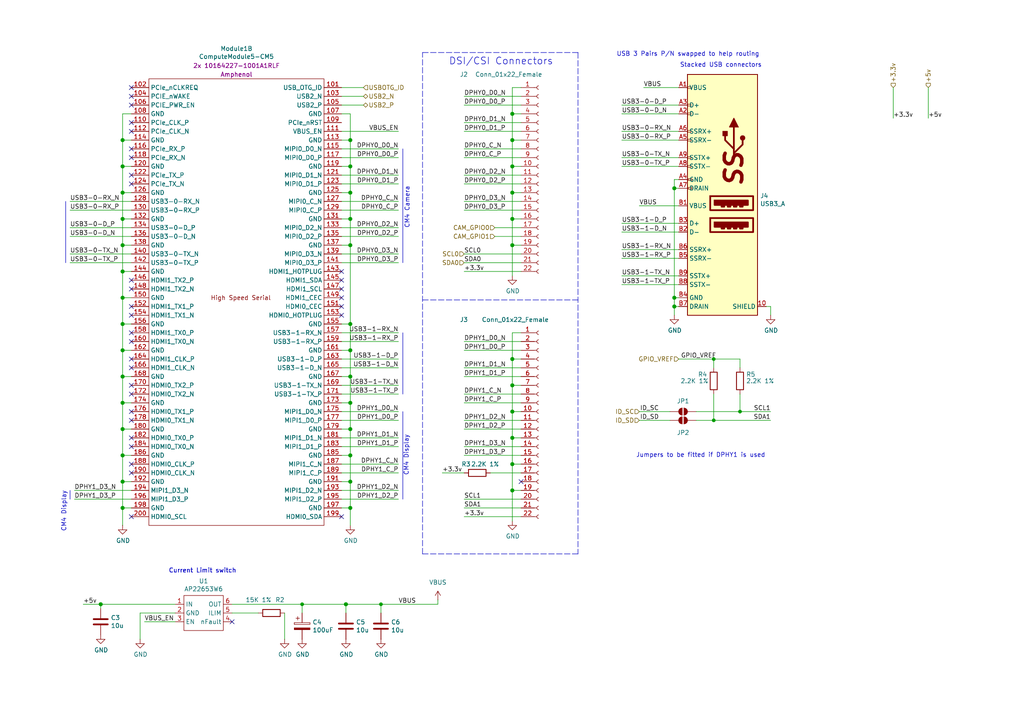
<source format=kicad_sch>
(kicad_sch (version 20250114) (generator "eeschema") (generator_version "9.0")
  (paper "A4")
  (title_block (title "CM4/5 - Highspeed") (date "2025-08-26") (rev "1") (company "Astrosystems") (comment 1 "Designed By - C.P"))
  (text "CM4 Camera" (at 118.11 60.198 90) (effects (font (size 1.27 1.27))))
  (text "USB 3 Pairs P/N swapped to help routing" (at 178.816 16.51 0) (effects (font (size 1.27 1.27)) (justify left bottom)))
  (text "Jumpers to be fitted if DPHY1 is used\n" (at 221.996 132.842 0) (effects (font (size 1.27 1.27)) (justify right bottom)))
  (text "Current Limit switch" (at 68.58 166.37 0) (effects (font (size 1.27 1.27)) (justify right bottom)))
  (text "CM4 Display" (at 18.542 148.336 90) (effects (font (size 1.27 1.27))))
  (text "DSI/CSI Connectors" (at 130.175 19.05 0) (effects (font (size 2.0066 2.0066)) (justify left bottom)))
  (text "Stacked USB connectors" (at 220.98 19.685 0) (effects (font (size 1.27 1.27)) (justify right bottom)))
  (text "CM4 Display" (at 117.856 132.08 90) (effects (font (size 1.27 1.27))))
  (text "Current Limit switch" (at 68.58 166.37 0) (effects (font (size 1.27 1.27)) (justify right bottom)))
  (junction (at 148.59 33.02) (diameter 1.016))
  (junction (at 207.01 104.14))
  (junction (at 35.56 147.32) (diameter 1.016))
  (junction (at 35.56 132.08) (diameter 1.016))
  (junction (at 148.59 119.38) (diameter 1.016))
  (junction (at 101.6 132.08) (diameter 1.016))
  (junction (at 110.49 175.26))
  (junction (at 35.56 71.12) (diameter 1.016))
  (junction (at 101.6 55.88) (diameter 1.016))
  (junction (at 100.33 175.26) (diameter 1.016))
  (junction (at 195.58 54.61) (diameter 1.016))
  (junction (at 148.59 142.24) (diameter 1.016))
  (junction (at 148.59 134.62) (diameter 1.016))
  (junction (at 101.6 147.32) (diameter 1.016))
  (junction (at 35.56 40.64) (diameter 1.016))
  (junction (at 148.59 104.14) (diameter 1.016))
  (junction (at 101.6 40.64) (diameter 1.016))
  (junction (at 148.59 55.88) (diameter 1.016))
  (junction (at 35.56 55.88) (diameter 1.016))
  (junction (at 101.6 101.6) (diameter 1.016))
  (junction (at 101.6 124.46) (diameter 1.016))
  (junction (at 148.59 48.26) (diameter 1.016))
  (junction (at 214.63 119.38))
  (junction (at 35.56 78.74) (diameter 1.016))
  (junction (at 101.6 116.84) (diameter 1.016))
  (junction (at 148.59 127) (diameter 1.016))
  (junction (at 35.56 48.26) (diameter 1.016))
  (junction (at 101.6 63.5) (diameter 1.016))
  (junction (at 29.21 175.26) (diameter 1.016))
  (junction (at 207.01 121.92))
  (junction (at 101.6 48.26) (diameter 1.016))
  (junction (at 35.56 139.7) (diameter 1.016))
  (junction (at 101.6 139.7) (diameter 1.016))
  (junction (at 148.59 63.5) (diameter 1.016))
  (junction (at 101.6 93.98) (diameter 1.016))
  (junction (at 35.56 101.6) (diameter 1.016))
  (junction (at 195.58 86.36) (diameter 1.016))
  (junction (at 35.56 116.84) (diameter 1.016))
  (junction (at 35.56 86.36) (diameter 1.016))
  (junction (at 101.6 71.12) (diameter 1.016))
  (junction (at 101.6 109.22) (diameter 1.016))
  (junction (at 35.56 63.5) (diameter 1.016))
  (junction (at 148.59 111.76) (diameter 1.016))
  (junction (at 87.63 175.26))
  (junction (at 35.56 93.98) (diameter 1.016))
  (junction (at 148.59 40.64) (diameter 1.016))
  (junction (at 195.58 88.9) (diameter 1.016))
  (junction (at 148.59 71.12) (diameter 1.016))
  (junction (at 35.56 124.46) (diameter 1.016))
  (junction (at 35.56 109.22) (diameter 1.016))
  (no_connect (at 99.06 81.28))
  (no_connect (at 99.06 91.44))
  (no_connect (at 38.1 45.72))
  (no_connect (at 38.1 88.9))
  (no_connect (at 67.31 180.34))
  (no_connect (at 99.06 88.9))
  (no_connect (at 38.1 127))
  (no_connect (at 99.06 86.36))
  (no_connect (at 151.13 139.7))
  (no_connect (at 38.1 106.68))
  (no_connect (at 38.1 53.34))
  (no_connect (at 38.1 121.92))
  (no_connect (at 38.1 91.44))
  (no_connect (at 38.1 38.1))
  (no_connect (at 99.06 83.82))
  (no_connect (at 38.1 25.4))
  (no_connect (at 38.1 96.52))
  (no_connect (at 38.1 111.76))
  (no_connect (at 38.1 149.86))
  (no_connect (at 38.1 83.82))
  (no_connect (at 38.1 27.94))
  (no_connect (at 38.1 50.8))
  (no_connect (at 38.1 99.06))
  (no_connect (at 38.1 81.28))
  (no_connect (at 99.06 78.74))
  (no_connect (at 38.1 43.18))
  (no_connect (at 38.1 114.3))
  (no_connect (at 38.1 134.62))
  (no_connect (at 38.1 35.56))
  (no_connect (at 38.1 137.16))
  (no_connect (at 38.1 119.38))
  (no_connect (at 38.1 129.54))
  (no_connect (at 99.06 149.86))
  (no_connect (at 38.1 30.48))
  (no_connect (at 38.1 104.14))
  (wire (pts (xy 134.62 109.22) (xy 151.13 109.22)))
  (wire (pts (xy 180.34 67.31) (xy 196.85 67.31)))
  (wire (pts (xy 99.06 144.78) (xy 115.57 144.78)))
  (wire (pts (xy 21.59 142.24) (xy 38.1 142.24)))
  (wire (pts (xy 24.13 175.26) (xy 29.21 175.26)))
  (polyline (pts (xy 19.05 58.42) (xy 19.05 76.2)))
  (wire (pts (xy 148.59 40.64) (xy 148.59 48.26)))
  (wire (pts (xy 99.06 38.1) (xy 115.57 38.1)))
  (wire (pts (xy 35.56 63.5) (xy 35.56 71.12)))
  (wire (pts (xy 35.56 139.7) (xy 35.56 147.32)))
  (wire (pts (xy 196.85 52.07) (xy 195.58 52.07)))
  (wire (pts (xy 67.31 177.8) (xy 74.93 177.8)))
  (wire (pts (xy 35.56 33.02) (xy 35.56 40.64)))
  (wire (pts (xy 35.56 86.36) (xy 35.56 93.98)))
  (wire (pts (xy 134.62 147.32) (xy 151.13 147.32)))
  (wire (pts (xy 35.56 71.12) (xy 35.56 78.74)))
  (wire (pts (xy 35.56 101.6) (xy 35.56 109.22)))
  (wire (pts (xy 101.6 48.26) (xy 101.6 40.64)))
  (wire (pts (xy 134.62 132.08) (xy 151.13 132.08)))
  (wire (pts (xy 99.06 30.48) (xy 105.41 30.48)))
  (wire (pts (xy 35.56 86.36) (xy 38.1 86.36)))
  (wire (pts (xy 148.59 104.14) (xy 148.59 111.76)))
  (wire (pts (xy 148.59 63.5) (xy 151.13 63.5)))
  (wire (pts (xy 148.59 33.02) (xy 148.59 40.64)))
  (wire (pts (xy 35.56 109.22) (xy 35.56 116.84)))
  (wire (pts (xy 35.56 48.26) (xy 35.56 55.88)))
  (wire (pts (xy 201.93 121.92) (xy 207.01 121.92)))
  (wire (pts (xy 35.56 132.08) (xy 38.1 132.08)))
  (wire (pts (xy 259.08 25.4) (xy 259.08 34.29)))
  (wire (pts (xy 101.6 71.12) (xy 101.6 63.5)))
  (wire (pts (xy 99.06 99.06) (xy 115.57 99.06)))
  (wire (pts (xy 99.06 119.38) (xy 115.57 119.38)))
  (polyline (pts (xy 167.64 15.24) (xy 167.64 160.655)) (stroke (width 0) (type dash)))
  (wire (pts (xy 35.56 109.22) (xy 38.1 109.22)))
  (polyline (pts (xy 116.84 96.52) (xy 116.84 114.3)))
  (wire (pts (xy 38.1 147.32) (xy 35.56 147.32)))
  (wire (pts (xy 148.59 55.88) (xy 148.59 63.5)))
  (wire (pts (xy 207.01 104.14) (xy 214.63 104.14)))
  (wire (pts (xy 99.06 101.6) (xy 101.6 101.6)))
  (wire (pts (xy 148.59 48.26) (xy 151.13 48.26)))
  (wire (pts (xy 35.56 55.88) (xy 35.56 63.5)))
  (wire (pts (xy 196.85 104.14) (xy 207.01 104.14)))
  (wire (pts (xy 207.01 114.3) (xy 207.01 121.92)))
  (polyline (pts (xy 20.32 142.24) (xy 20.32 144.78)))
  (wire (pts (xy 180.34 48.26) (xy 196.85 48.26)))
  (wire (pts (xy 99.06 40.64) (xy 101.6 40.64)))
  (wire (pts (xy 134.62 99.06) (xy 151.13 99.06)))
  (wire (pts (xy 151.13 73.66) (xy 134.62 73.66)))
  (wire (pts (xy 20.32 73.66) (xy 38.1 73.66)))
  (wire (pts (xy 20.32 66.04) (xy 38.1 66.04)))
  (wire (pts (xy 207.01 104.14) (xy 207.01 106.68)))
  (wire (pts (xy 101.6 124.46) (xy 101.6 132.08)))
  (wire (pts (xy 148.59 96.52) (xy 148.59 104.14)))
  (wire (pts (xy 40.64 177.8) (xy 40.64 185.42)))
  (wire (pts (xy 214.63 104.14) (xy 214.63 106.68)))
  (wire (pts (xy 180.34 74.93) (xy 196.85 74.93)))
  (wire (pts (xy 41.91 180.34) (xy 50.8 180.34)))
  (wire (pts (xy 196.85 54.61) (xy 195.58 54.61)))
  (wire (pts (xy 101.6 116.84) (xy 101.6 124.46)))
  (wire (pts (xy 134.62 114.3) (xy 151.13 114.3)))
  (wire (pts (xy 20.32 76.2) (xy 38.1 76.2)))
  (wire (pts (xy 101.6 147.32) (xy 101.6 152.4)))
  (wire (pts (xy 99.06 50.8) (xy 115.57 50.8)))
  (wire (pts (xy 100.33 177.8) (xy 100.33 175.26)))
  (wire (pts (xy 99.06 76.2) (xy 115.57 76.2)))
  (wire (pts (xy 99.06 132.08) (xy 101.6 132.08)))
  (wire (pts (xy 148.59 119.38) (xy 148.59 127)))
  (wire (pts (xy 82.55 177.8) (xy 82.55 185.42)))
  (wire (pts (xy 50.8 177.8) (xy 40.64 177.8)))
  (wire (pts (xy 180.34 33.02) (xy 196.85 33.02)))
  (wire (pts (xy 142.24 137.16) (xy 151.13 137.16)))
  (wire (pts (xy 35.56 63.5) (xy 38.1 63.5)))
  (wire (pts (xy 180.34 40.64) (xy 196.85 40.64)))
  (wire (pts (xy 143.51 68.58) (xy 151.13 68.58)))
  (wire (pts (xy 148.59 134.62) (xy 151.13 134.62)))
  (wire (pts (xy 99.06 48.26) (xy 101.6 48.26)))
  (wire (pts (xy 134.62 58.42) (xy 151.13 58.42)))
  (wire (pts (xy 180.34 72.39) (xy 196.85 72.39)))
  (wire (pts (xy 134.62 35.56) (xy 151.13 35.56)))
  (wire (pts (xy 134.62 106.68) (xy 151.13 106.68)))
  (wire (pts (xy 101.6 93.98) (xy 101.6 101.6)))
  (wire (pts (xy 134.62 53.34) (xy 151.13 53.34)))
  (wire (pts (xy 134.62 38.1) (xy 151.13 38.1)))
  (wire (pts (xy 35.56 116.84) (xy 35.56 124.46)))
  (wire (pts (xy 185.42 59.69) (xy 196.85 59.69)))
  (wire (pts (xy 35.56 40.64) (xy 38.1 40.64)))
  (polyline (pts (xy 122.555 86.995) (xy 167.64 86.995)) (stroke (width 0) (type dash)))
  (polyline (pts (xy 116.84 43.18) (xy 116.84 76.2)))
  (wire (pts (xy 38.1 139.7) (xy 35.56 139.7)))
  (wire (pts (xy 180.34 38.1) (xy 196.85 38.1)))
  (wire (pts (xy 151.13 149.86) (xy 134.62 149.86)))
  (wire (pts (xy 99.06 73.66) (xy 115.57 73.66)))
  (wire (pts (xy 148.59 111.76) (xy 148.59 119.38)))
  (wire (pts (xy 67.31 175.26) (xy 87.63 175.26)))
  (wire (pts (xy 99.06 45.72) (xy 115.57 45.72)))
  (wire (pts (xy 87.63 175.26) (xy 100.33 175.26)))
  (wire (pts (xy 29.21 175.26) (xy 50.8 175.26)))
  (wire (pts (xy 134.62 129.54) (xy 151.13 129.54)))
  (wire (pts (xy 148.59 127) (xy 151.13 127)))
  (wire (pts (xy 148.59 25.4) (xy 148.59 33.02)))
  (wire (pts (xy 35.56 124.46) (xy 38.1 124.46)))
  (wire (pts (xy 207.01 121.92) (xy 223.52 121.92)))
  (wire (pts (xy 99.06 68.58) (xy 115.57 68.58)))
  (wire (pts (xy 134.62 144.78) (xy 151.13 144.78)))
  (wire (pts (xy 99.06 55.88) (xy 101.6 55.88)))
  (wire (pts (xy 148.59 71.12) (xy 151.13 71.12)))
  (wire (pts (xy 148.59 142.24) (xy 148.59 151.13)))
  (wire (pts (xy 99.06 58.42) (xy 115.57 58.42)))
  (wire (pts (xy 148.59 119.38) (xy 151.13 119.38)))
  (wire (pts (xy 99.06 116.84) (xy 101.6 116.84)))
  (wire (pts (xy 195.58 88.9) (xy 195.58 91.44)))
  (polyline (pts (xy 116.84 119.38) (xy 116.84 144.78)))
  (wire (pts (xy 99.06 93.98) (xy 101.6 93.98)))
  (wire (pts (xy 185.42 119.38) (xy 194.31 119.38)))
  (wire (pts (xy 148.59 71.12) (xy 148.59 80.01)))
  (wire (pts (xy 101.6 139.7) (xy 101.6 147.32)))
  (wire (pts (xy 101.6 55.88) (xy 101.6 48.26)))
  (wire (pts (xy 180.34 80.01) (xy 196.85 80.01)))
  (wire (pts (xy 148.59 134.62) (xy 148.59 142.24)))
  (wire (pts (xy 134.62 60.96) (xy 151.13 60.96)))
  (wire (pts (xy 99.06 134.62) (xy 115.57 134.62)))
  (wire (pts (xy 134.62 121.92) (xy 151.13 121.92)))
  (wire (pts (xy 151.13 78.74) (xy 134.62 78.74)))
  (wire (pts (xy 99.06 66.04) (xy 115.57 66.04)))
  (wire (pts (xy 134.62 27.94) (xy 151.13 27.94)))
  (wire (pts (xy 151.13 96.52) (xy 148.59 96.52)))
  (wire (pts (xy 101.6 109.22) (xy 101.6 116.84)))
  (wire (pts (xy 222.25 88.9) (xy 223.52 88.9)))
  (wire (pts (xy 196.85 86.36) (xy 195.58 86.36)))
  (wire (pts (xy 99.06 43.18) (xy 115.57 43.18)))
  (wire (pts (xy 35.56 93.98) (xy 38.1 93.98)))
  (wire (pts (xy 35.56 116.84) (xy 38.1 116.84)))
  (wire (pts (xy 134.62 50.8) (xy 151.13 50.8)))
  (wire (pts (xy 99.06 63.5) (xy 101.6 63.5)))
  (wire (pts (xy 38.1 33.02) (xy 35.56 33.02)))
  (wire (pts (xy 127 173.99) (xy 127 175.26)))
  (polyline (pts (xy 122.555 15.24) (xy 168.148 15.24)) (stroke (width 0) (type dash)))
  (wire (pts (xy 21.59 144.78) (xy 38.1 144.78)))
  (wire (pts (xy 99.06 142.24) (xy 115.57 142.24)))
  (wire (pts (xy 148.59 40.64) (xy 151.13 40.64)))
  (wire (pts (xy 100.33 175.26) (xy 110.49 175.26)))
  (wire (pts (xy 35.56 71.12) (xy 38.1 71.12)))
  (wire (pts (xy 35.56 124.46) (xy 35.56 132.08)))
  (wire (pts (xy 99.06 60.96) (xy 115.57 60.96)))
  (wire (pts (xy 99.06 127) (xy 115.57 127)))
  (wire (pts (xy 180.34 30.48) (xy 196.85 30.48)))
  (wire (pts (xy 87.63 175.26) (xy 87.63 177.8)))
  (wire (pts (xy 214.63 119.38) (xy 223.52 119.38)))
  (wire (pts (xy 35.56 101.6) (xy 38.1 101.6)))
  (wire (pts (xy 195.58 86.36) (xy 195.58 88.9)))
  (wire (pts (xy 148.59 33.02) (xy 151.13 33.02)))
  (wire (pts (xy 20.32 60.96) (xy 38.1 60.96)))
  (wire (pts (xy 180.34 45.72) (xy 196.85 45.72)))
  (wire (pts (xy 99.06 124.46) (xy 101.6 124.46)))
  (wire (pts (xy 148.59 104.14) (xy 151.13 104.14)))
  (wire (pts (xy 35.56 55.88) (xy 38.1 55.88)))
  (wire (pts (xy 99.06 96.52) (xy 115.57 96.52)))
  (wire (pts (xy 134.62 30.48) (xy 151.13 30.48)))
  (wire (pts (xy 99.06 109.22) (xy 101.6 109.22)))
  (wire (pts (xy 151.13 25.4) (xy 148.59 25.4)))
  (wire (pts (xy 214.63 114.3) (xy 214.63 119.38)))
  (wire (pts (xy 143.51 66.04) (xy 151.13 66.04)))
  (wire (pts (xy 99.06 53.34) (xy 115.57 53.34)))
  (wire (pts (xy 35.56 132.08) (xy 35.56 139.7)))
  (wire (pts (xy 134.62 101.6) (xy 151.13 101.6)))
  (wire (pts (xy 99.06 129.54) (xy 115.57 129.54)))
  (wire (pts (xy 99.06 27.94) (xy 105.41 27.94)))
  (wire (pts (xy 20.32 58.42) (xy 38.1 58.42)))
  (wire (pts (xy 101.6 40.64) (xy 101.6 33.02)))
  (wire (pts (xy 196.85 88.9) (xy 195.58 88.9)))
  (wire (pts (xy 185.42 121.92) (xy 194.31 121.92)))
  (wire (pts (xy 195.58 52.07) (xy 195.58 54.61)))
  (wire (pts (xy 128.27 137.16) (xy 134.62 137.16)))
  (wire (pts (xy 148.59 48.26) (xy 148.59 55.88)))
  (wire (pts (xy 101.6 63.5) (xy 101.6 55.88)))
  (wire (pts (xy 99.06 104.14) (xy 115.57 104.14)))
  (wire (pts (xy 269.24 25.4) (xy 269.24 34.29)))
  (wire (pts (xy 151.13 76.2) (xy 134.62 76.2)))
  (wire (pts (xy 99.06 106.68) (xy 115.57 106.68)))
  (wire (pts (xy 35.56 78.74) (xy 38.1 78.74)))
  (wire (pts (xy 101.6 132.08) (xy 101.6 139.7)))
  (wire (pts (xy 35.56 48.26) (xy 38.1 48.26)))
  (wire (pts (xy 99.06 121.92) (xy 115.57 121.92)))
  (wire (pts (xy 101.6 71.12) (xy 101.6 93.98)))
  (wire (pts (xy 134.62 43.18) (xy 151.13 43.18)))
  (wire (pts (xy 35.56 93.98) (xy 35.56 101.6)))
  (wire (pts (xy 148.59 142.24) (xy 151.13 142.24)))
  (wire (pts (xy 99.06 71.12) (xy 101.6 71.12)))
  (polyline (pts (xy 122.555 160.655) (xy 122.555 15.24)) (stroke (width 0) (type dash)))
  (wire (pts (xy 20.32 68.58) (xy 38.1 68.58)))
  (wire (pts (xy 99.06 114.3) (xy 115.57 114.3)))
  (wire (pts (xy 29.21 176.53) (xy 29.21 175.26)))
  (wire (pts (xy 186.69 25.4) (xy 196.85 25.4)))
  (wire (pts (xy 101.6 33.02) (xy 99.06 33.02)))
  (wire (pts (xy 148.59 63.5) (xy 148.59 71.12)))
  (wire (pts (xy 101.6 101.6) (xy 101.6 109.22)))
  (wire (pts (xy 35.56 78.74) (xy 35.56 86.36)))
  (wire (pts (xy 35.56 147.32) (xy 35.56 152.4)))
  (wire (pts (xy 148.59 127) (xy 148.59 134.62)))
  (wire (pts (xy 110.49 175.26) (xy 127 175.26)))
  (wire (pts (xy 99.06 147.32) (xy 101.6 147.32)))
  (wire (pts (xy 134.62 116.84) (xy 151.13 116.84)))
  (wire (pts (xy 110.49 175.26) (xy 110.49 177.8)))
  (wire (pts (xy 35.56 40.64) (xy 35.56 48.26)))
  (wire (pts (xy 148.59 55.88) (xy 151.13 55.88)))
  (wire (pts (xy 99.06 139.7) (xy 101.6 139.7)))
  (wire (pts (xy 148.59 111.76) (xy 151.13 111.76)))
  (wire (pts (xy 180.34 64.77) (xy 196.85 64.77)))
  (wire (pts (xy 223.52 88.9) (xy 223.52 91.44)))
  (wire (pts (xy 201.93 119.38) (xy 214.63 119.38)))
  (polyline (pts (xy 167.64 160.655) (xy 122.555 160.655)) (stroke (width 0) (type dash)))
  (wire (pts (xy 180.34 82.55) (xy 196.85 82.55)))
  (wire (pts (xy 195.58 54.61) (xy 195.58 86.36)))
  (wire (pts (xy 134.62 124.46) (xy 151.13 124.46)))
  (wire (pts (xy 99.06 137.16) (xy 115.57 137.16)))
  (wire (pts (xy 134.62 45.72) (xy 151.13 45.72)))
  (wire (pts (xy 99.06 111.76) (xy 115.57 111.76)))
  (wire (pts (xy 105.41 25.4) (xy 99.06 25.4)))
  (label "DPHY1_D3_P" (at 21.59 144.78 0))
  (label "DPHY0_D1_P" (at 115.57 53.34 180))
  (label "USB3-0-TX_N" (at 180.34 45.72 0))
  (label "DPHY0_D2_N" (at 134.62 50.8 0))
  (label "USB3-1-D_N" (at 115.57 106.68 180))
  (label "USB3-1-D_N" (at 180.34 67.31 0))
  (label "VBUS_EN" (at 115.57 38.1 180))
  (label "+3.3v" (at 259.08 34.29 0))
  (label "SDA0" (at 134.62 76.2 0))
  (label "DPHY0_D0_P" (at 115.57 45.72 180))
  (label "DPHY1_D1_P" (at 134.62 109.22 0))
  (label "DPHY1_C_N" (at 115.57 134.62 180))
  (label "DPHY1_C_N" (at 134.62 114.3 0))
  (label "USB3-0-RX_P" (at 180.34 40.64 0))
  (label "DPHY0_D0_N" (at 134.62 27.94 0))
  (label "DPHY1_D3_N" (at 134.62 129.54 0))
  (label "USB3-0-D_N" (at 20.32 68.58 0))
  (label "SCL0" (at 134.62 73.66 0))
  (label "ID_SC" (at 191.135 119.38 180))
  (label "USB3-0-RX_N" (at 180.34 38.1 0))
  (label "DPHY1_D2_N" (at 115.57 142.24 180))
  (label "+3.3v" (at 134.62 78.74 0))
  (label "USB3-0-D_P" (at 180.34 30.48 0))
  (label "ID_SD" (at 191.135 121.92 180))
  (label "SCL1" (at 134.62 144.78 0))
  (label "USB3-0-TX_N" (at 20.32 73.66 0))
  (label "VBUS_EN" (at 41.91 180.34 0))
  (label "USB3-1-TX_P" (at 115.57 114.3 180))
  (label "+5v" (at 24.13 175.26 0))
  (label "USB3-1-RX_P" (at 115.57 99.06 180))
  (label "USB3-0-TX_P" (at 20.32 76.2 0))
  (label "DPHY0_D3_P" (at 115.57 76.2 180))
  (label "DPHY1_D2_P" (at 134.62 124.46 0))
  (label "DPHY1_D0_P" (at 134.62 101.6 0))
  (label "USB3-0-RX_N" (at 20.32 58.42 0))
  (label "DPHY0_D0_P" (at 134.62 30.48 0))
  (label "USB3-1-TX_N" (at 115.57 111.76 180))
  (label "DPHY0_C_P" (at 115.57 60.96 180))
  (label "DPHY1_C_P" (at 115.57 137.16 180))
  (label "DPHY1_D3_P" (at 134.62 132.08 0))
  (label "USB3-1-RX_P" (at 180.34 74.93 0))
  (label "DPHY1_D1_N" (at 115.57 127 180))
  (label "DPHY1_D0_N" (at 134.62 99.06 0))
  (label "DPHY0_D2_N" (at 115.57 66.04 180))
  (label "DPHY0_D3_N" (at 115.57 73.66 180))
  (label "DPHY0_C_N" (at 134.62 43.18 0))
  (label "DPHY1_D2_N" (at 134.62 121.92 0))
  (label "USB3-1-TX_N" (at 180.34 80.01 0))
  (label "DPHY0_D2_P" (at 115.57 68.58 180))
  (label "VBUS" (at 185.42 59.69 0))
  (label "DPHY0_D2_P" (at 134.62 53.34 0))
  (label "DPHY0_D1_N" (at 115.57 50.8 180))
  (label "DPHY0_D3_P" (at 134.62 60.96 0))
  (label "+5v" (at 269.24 34.29 0))
  (label "DPHY0_D1_N" (at 134.62 35.56 0))
  (label "DPHY0_D3_N" (at 134.62 58.42 0))
  (label "USB3-1-RX_N" (at 180.34 72.39 0))
  (label "USB3-1-RX_N" (at 115.57 96.52 180))
  (label "VBUS" (at 115.57 175.26 0))
  (label "USB3-0-D_P" (at 20.32 66.04 0))
  (label "VBUS" (at 186.69 25.4 0))
  (label "DPHY1_D0_N" (at 115.57 119.38 180))
  (label "DPHY1_D0_P" (at 115.57 121.92 180))
  (label "DPHY0_D1_P" (at 134.62 38.1 0))
  (label "DPHY1_D1_N" (at 134.62 106.68 0))
  (label "SDA1" (at 134.62 147.32 0))
  (label "DPHY1_D2_P" (at 115.57 144.78 180))
  (label "USB3-0-RX_P" (at 20.32 60.96 0))
  (label "DPHY1_D1_P" (at 115.57 129.54 180))
  (label "DPHY0_D0_N" (at 115.57 43.18 180))
  (label "DPHY0_C_P" (at 134.62 45.72 0))
  (label "USB3-1-D_P" (at 180.34 64.77 0))
  (label "+3.3v" (at 134.62 149.86 0))
  (label "USB3-0-D_N" (at 180.34 33.02 0))
  (label "SCL1" (at 223.52 119.38 180))
  (label "SDA1" (at 223.52 121.92 180))
  (label "GPIO_VREF" (at 197.485 104.14 0))
  (label "DPHY1_C_P" (at 134.62 116.84 0))
  (label "+3.3v" (at 128.27 137.16 0))
  (label "DPHY0_C_N" (at 115.57 58.42 180))
  (label "DPHY1_D3_N" (at 21.59 142.24 0))
  (label "USB3-0-TX_P" (at 180.34 48.26 0))
  (label "USB3-1-D_P" (at 115.57 104.14 180))
  (label "USB3-1-TX_P" (at 180.34 82.55 0))
  (hierarchical_label "USBOTG_ID" (shape input) (at 105.41 25.4 0))
  (hierarchical_label "+3.3v" (shape input) (at 259.08 25.4 90))
  (hierarchical_label "CAM_GPIO0" (shape input) (at 143.51 66.04 180))
  (hierarchical_label "+5v" (shape input) (at 269.24 25.4 90))
  (hierarchical_label "SCL0" (shape input) (at 134.62 73.66 180))
  (hierarchical_label "ID_SC" (shape input) (at 185.42 119.38 180))
  (hierarchical_label "GPIO_VREF" (shape input) (at 196.85 104.14 180))
  (hierarchical_label "USB2_P" (shape bidirectional) (at 105.41 30.48 0))
  (hierarchical_label "USB2_N" (shape bidirectional) (at 105.41 27.94 0))
  (hierarchical_label "ID_SD" (shape input) (at 185.42 121.92 180))
  (hierarchical_label "CAM_GPIO1" (shape input) (at 143.51 68.58 180))
  (hierarchical_label "SDA0" (shape input) (at 134.62 76.2 180))
  (symbol (lib_id "power:GND") (at 101.6 152.4 0) (unit 1)
    (property "Reference" "#PWR010" (effects (hide yes)))
    (property "Value" "GND" (at 101.727 156.7942 0))
    (property "Description" "Power symbol creates a global label with name \"GND\" , ground" (effects (hide yes)))
  )
  (symbol (lib_id "power:GND") (at 35.56 152.4 0) (unit 1)
    (property "Reference" "#PWR05" (effects (hide yes)))
    (property "Value" "GND" (at 35.687 156.7942 0))
    (property "Description" "Power symbol creates a global label with name \"GND\" , ground" (effects (hide yes)))
  )
  (symbol (lib_id "power:GND") (at 148.59 80.01 0) (unit 1)
    (property "Reference" "#PWR013" (effects (hide yes)))
    (property "Value" "GND" (at 148.717 84.4042 0))
    (property "Description" "Power symbol creates a global label with name \"GND\" , ground" (effects (hide yes)))
  )
  (symbol (lib_id "power:GND") (at 148.59 151.13 0) (unit 1)
    (property "Reference" "#PWR014" (effects (hide yes)))
    (property "Value" "GND" (at 148.717 155.5242 0))
    (property "Description" "Power symbol creates a global label with name \"GND\" , ground" (effects (hide yes)))
  )
  (symbol (lib_id "Device:R") (at 207.01 110.49 0) (unit 1)
    (property "Reference" "R4" (at 202.438 108.585 0) (effects (justify left)))
    (property "Value" "2.2K 1%" (at 197.358 110.49 0) (effects (justify left)))
    (property "Footprint" "Resistor_SMD:R_0402_1005Metric" (effects (hide yes)))
    (property "Datasheet" "https://fscdn.rohm.com/en/products/databook/datasheet/passive/resistor/chip_resistor/mcr-e.pdf" (effects (hide yes)))
    (property "Field4" "Farnell" (effects (hide yes)))
    (property "Part Description" "Resistor 2.2K M1005 1% 63mW" (effects (hide yes)))
  )
  (symbol (lib_id "Device:R") (at 214.63 110.49 0) (unit 1)
    (property "Reference" "R5" (at 216.408 108.585 0) (effects (justify left)))
    (property "Value" "2.2K 1%" (at 216.408 110.49 0) (effects (justify left)))
    (property "Footprint" "Resistor_SMD:R_0402_1005Metric" (effects (hide yes)))
    (property "Datasheet" "https://fscdn.rohm.com/en/products/databook/datasheet/passive/resistor/chip_resistor/mcr-e.pdf" (effects (hide yes)))
    (property "Field4" "Farnell" (effects (hide yes)))
    (property "Part Description" "Resistor 2.2K M1005 1% 63mW" (effects (hide yes)))
  )
  (symbol (lib_id "Connector:Conn_01x22_Socket") (at 156.21 50.8 0) (unit 1)
    (property "Reference" "J2" (at 133.35 21.59 0) (effects (justify left)))
    (property "Value" "Conn_01x22_Female" (at 137.795 21.59 0) (effects (justify left)))
    (property "Footprint" "CM5IO:Hirose_FH12-22S-0.5SH_1x22-1MP_P0.50mm_Horizontal" (effects (hide yes)))
    (property "Datasheet" "https://www.hirose.com/product/document?clcode=&productname=&series=FH12&documenttype=Catalog&lang=en&documentid=D31648_en" (effects (hide yes)))
    (property "Field4" "Mouser" (effects (hide yes)))
    (property "Field5" "798-FH12-22S-0.5SH55" (effects (hide yes)))
    (property "Field6" "FH12-22S-0.5SH55" (effects (hide yes)))
    (property "Field7" "Hirose" (effects (hide yes)))
    (property "Part Description" "22 Position FFC, FPC Connector Contacts, Bottom 0.020\" (0.50mm) Surface Mount, Right Angle" (effects (hide yes)))
  )
  (symbol (lib_id "Connector:Conn_01x22_Socket") (at 156.21 121.92 0) (unit 1)
    (property "Reference" "J3" (at 133.35 92.71 0) (effects (justify left)))
    (property "Value" "Conn_01x22_Female" (at 139.7 92.71 0) (effects (justify left)))
    (property "Footprint" "CM5IO:Hirose_FH12-22S-0.5SH_1x22-1MP_P0.50mm_Horizontal" (effects (hide yes)))
    (property "Datasheet" "https://www.hirose.com/product/document?clcode=&productname=&series=FH12&documenttype=Catalog&lang=en&documentid=D31648_en" (effects (hide yes)))
    (property "Field4" "Mouser" (effects (hide yes)))
    (property "Field5" "798-FH12-22S-0.5SH55" (effects (hide yes)))
    (property "Field6" "FH12-22S-0.5SH55" (effects (hide yes)))
    (property "Field7" "Hirose" (effects (hide yes)))
    (property "Part Description" "22 Position FFC, FPC Connector Contacts, Bottom 0.020\" (0.50mm) Surface Mount, Right Angle" (effects (hide yes)))
  )
  (symbol (lib_id "CM5IO:ComputeModule5-CM5") (at -71.12 86.36 0) (unit 2)
    (property "Reference" "Module1" (at 68.58 14.097 0))
    (property "Value" "ComputeModule5-CM5" (at 68.58 16.4084 0))
    (property "Footprint" "CM5IO:Raspberry-Pi-5-Compute-Module" (effects (hide yes)))
    (property "Description" "RaspberryPi Compute module 5" (effects (hide yes)))
    (property "Field4" "Amphenol" (at 68.58 21.59 0))
    (property "Field5" "2x 10164227-1001A1RLF" (at 68.58 19.05 0))
    (property "Field6" "2x 10164227-1001A1RLF" (effects (hide yes)))
    (property "Field7" "Hirose" (effects (hide yes)))
    (property "Part Description" "	100 Position Connector Receptacle, Center Strip Contacts Surface Mount Gold" (effects (hide yes)))
  )
  (symbol (lib_id "power:GND") (at 29.21 184.15 0) (unit 1)
    (property "Reference" "#PWR04" (effects (hide yes)))
    (property "Value" "GND" (at 29.337 188.5442 0))
    (property "Description" "Power symbol creates a global label with name \"GND\" , ground" (effects (hide yes)))
  )
  (symbol (lib_id "Jumper:SolderJumper_2_Open") (at 198.12 119.38 0) (unit 1) (in_bom no)
    (property "Reference" "JP1" (at 198.12 116.332 0))
    (property "Value" "SolderJumper_2_Open" (effects (hide yes)))
    (property "Description" "Solder Jumper, 2-pole, open" (effects (hide yes)))
  )
  (symbol (lib_id "Device:C") (at 100.33 181.61 0) (unit 1)
    (property "Reference" "C5" (at 103.251 180.4416 0) (effects (justify left)))
    (property "Value" "10u" (at 103.251 182.753 0) (effects (justify left)))
    (property "Footprint" "Capacitor_SMD:C_0805_2012Metric" (effects (hide yes)))
    (property "Datasheet" "https://search.murata.co.jp/Ceramy/image/img/A01X/G101/ENG/GRM21BR71A106KA73-01.pdf" (effects (hide yes)))
    (property "Field5" "490-14381-1-ND" (effects (hide yes)))
    (property "Field4" "Digikey" (effects (hide yes)))
    (property "Field6" "GRM21BR71A106KA73L" (effects (hide yes)))
    (property "Field7" "Murata" (effects (hide yes)))
    (property "Part Description" "	10uF 10% 10V Ceramic Capacitor X7R 0805 (2012 Metric)" (effects (hide yes)))
    (property "Field8" "111893011" (effects (hide yes)))
  )
  (symbol (lib_id "Device:R") (at 138.43 137.16 90) (unit 1)
    (property "Reference" "R3" (at 136.525 134.62 90) (effects (justify left)))
    (property "Value" "2.2K 1%" (at 144.78 134.62 90) (effects (justify left)))
    (property "Footprint" "Resistor_SMD:R_0402_1005Metric" (effects (hide yes)))
    (property "Datasheet" "https://fscdn.rohm.com/en/products/databook/datasheet/passive/resistor/chip_resistor/mcr-e.pdf" (effects (hide yes)))
    (property "Field4" "Farnell" (effects (hide yes)))
    (property "Part Description" "Resistor 2.2K M1005 1% 63mW" (effects (hide yes)))
  )
  (symbol (lib_id "power:GND") (at 195.58 91.44 0) (unit 1)
    (property "Reference" "#PWR015" (effects (hide yes)))
    (property "Value" "GND" (at 195.707 95.8342 0))
    (property "Description" "Power symbol creates a global label with name \"GND\" , ground" (effects (hide yes)))
  )
  (symbol (lib_id "Device:C_Polarized") (at 87.63 181.61 0) (unit 1)
    (property "Reference" "C4" (at 90.6272 180.467 0) (effects (justify left)))
    (property "Value" "100uF" (at 90.6272 182.753 0) (effects (justify left)))
    (property "Footprint" "Capacitor_Tantalum_SMD:CP_EIA-7343-31_Kemet-D" (effects (hide yes)))
    (property "Field4" "Mouser" (effects (hide yes)))
    (property "Field5" "667-EEF-CX0J101R" (effects (hide yes)))
    (property "Part Description" "Capacitor, SP-Cap, 100u, 6.3V, 15mR ESR" (effects (hide yes)))
    (property "Field7" "Panasonic" (effects (hide yes)))
  )
  (symbol (lib_id "power:GND") (at 87.63 185.42 0) (unit 1)
    (property "Reference" "#PWR08" (effects (hide yes)))
    (property "Value" "GND" (at 87.757 189.8142 0))
    (property "Description" "Power symbol creates a global label with name \"GND\" , ground" (effects (hide yes)))
  )
  (symbol (lib_id "Device:R") (at 78.74 177.8 90) (unit 1)
    (property "Reference" "R2" (at 82.55 173.99 90) (effects (justify left)))
    (property "Value" "15K 1%" (at 78.74 173.99 90) (effects (justify left)))
    (property "Footprint" "Resistor_SMD:R_0402_1005Metric" (effects (hide yes)))
    (property "Datasheet" "https://fscdn.rohm.com/en/products/databook/datasheet/passive/resistor/chip_resistor/mcr-e.pdf" (effects (hide yes)))
    (property "Field4" "Farnell" (effects (hide yes)))
    (property "Field5" "9239375" (effects (hide yes)))
    (property "Field6" "MCR01MZPF1502" (effects (hide yes)))
    (property "Field7" "Rohm" (effects (hide yes)))
    (property "Part Description" "Resistor 15K M1005 1% 63mW" (effects (hide yes)))
    (property "Field8" "120891581" (effects (hide yes)))
  )
  (symbol (lib_id "power:GND") (at 110.49 185.42 0) (unit 1)
    (property "Reference" "#PWR011" (effects (hide yes)))
    (property "Value" "GND" (at 110.617 189.8142 0))
    (property "Description" "Power symbol creates a global label with name \"GND\" , ground" (effects (hide yes)))
  )
  (symbol (lib_id "power:GND") (at 82.55 185.42 0) (unit 1)
    (property "Reference" "#PWR07" (effects (hide yes)))
    (property "Value" "GND" (at 82.677 189.8142 0))
    (property "Description" "Power symbol creates a global label with name \"GND\" , ground" (effects (hide yes)))
  )
  (symbol (lib_id "Device:C") (at 110.49 181.61 0) (unit 1)
    (property "Reference" "C6" (at 113.411 180.4416 0) (effects (justify left)))
    (property "Value" "10u" (at 113.411 182.753 0) (effects (justify left)))
    (property "Footprint" "Capacitor_SMD:C_0805_2012Metric" (effects (hide yes)))
    (property "Datasheet" "https://search.murata.co.jp/Ceramy/image/img/A01X/G101/ENG/GRM21BR71A106KA73-01.pdf" (effects (hide yes)))
    (property "Field5" "490-14381-1-ND" (effects (hide yes)))
    (property "Field4" "Digikey" (effects (hide yes)))
    (property "Field6" "GRM21BR71A106KA73L" (effects (hide yes)))
    (property "Field7" "Murata" (effects (hide yes)))
    (property "Part Description" "	10uF 10% 10V Ceramic Capacitor X7R 0805 (2012 Metric)" (effects (hide yes)))
    (property "Field8" "111893011" (effects (hide yes)))
  )
  (symbol (lib_id "CM5IO:AP2553W6") (at 59.69 177.8 0) (unit 1)
    (property "Reference" "U1" (at 59.055 168.529 0))
    (property "Value" "AP22653W6" (at 59.055 170.8404 0))
    (property "Footprint" "Package_TO_SOT_SMD:SOT-23-6" (effects (hide yes)))
    (property "Datasheet" "https://www.diodes.com/assets/Datasheets/AP255x.pdf" (effects (hide yes)))
    (property "Field4" "Digikey" (effects (hide yes)))
    (property "Field5" "	31-AP22653W6-7CT-ND" (effects (hide yes)))
    (property "Field6" "AP22653W6" (effects (hide yes)))
    (property "Field7" "Diodes" (effects (hide yes)))
    (property "Part Description" "	Power Switch/Driver 1:1 P-Channel 2.1A SOT-23-6" (effects (hide yes)))
  )
  (symbol (lib_id "CM5IO:USB3_A") (at 208.28 52.07 0) (unit 1)
    (property "Reference" "J4" (at 220.472 56.7944 0) (effects (justify left)))
    (property "Value" "USB3_A" (at 220.472 59.1058 0) (effects (justify left)))
    (property "Footprint" "CM5IO:MTCONN_UBAF30-D2011" (effects (hide yes)))
    (property "Field6" "UBAF30-D2011" (effects (hide yes)))
    (property "Field7" "Mtconn" (effects (hide yes)))
    (property "Field5" "UBAF30-D2011" (effects (hide yes)))
    (property "Part Description" "Dual USB 3 connector" (effects (hide yes)))
  )
  (symbol (lib_id "Jumper:SolderJumper_2_Open") (at 198.12 121.92 0) (unit 1) (in_bom no)
    (property "Reference" "JP2" (at 198.12 125.476 0))
    (property "Value" "SolderJumper_2_Open" (effects (hide yes)))
    (property "Description" "Solder Jumper, 2-pole, open" (effects (hide yes)))
  )
  (symbol (lib_id "power:VBUS") (at 127 173.99 0) (unit 1)
    (property "Reference" "#PWR012" (effects (hide yes)))
    (property "Value" "VBUS" (at 127 168.91 0))
    (property "Description" "Power symbol creates a global label with name \"VBUS\"" (effects (hide yes)))
  )
  (symbol (lib_id "power:GND") (at 40.64 185.42 0) (unit 1)
    (property "Reference" "#PWR06" (effects (hide yes)))
    (property "Value" "GND" (at 40.767 189.8142 0))
    (property "Description" "Power symbol creates a global label with name \"GND\" , ground" (effects (hide yes)))
  )
  (symbol (lib_id "power:GND") (at 223.52 91.44 0) (unit 1)
    (property "Reference" "#PWR016" (effects (hide yes)))
    (property "Value" "GND" (at 223.647 95.8342 0))
    (property "Description" "Power symbol creates a global label with name \"GND\" , ground" (effects (hide yes)))
  )
  (symbol (lib_id "power:GND") (at 100.33 185.42 0) (unit 1)
    (property "Reference" "#PWR09" (effects (hide yes)))
    (property "Value" "GND" (at 100.457 189.8142 0))
    (property "Description" "Power symbol creates a global label with name \"GND\" , ground" (effects (hide yes)))
  )
  (symbol (lib_id "Device:C") (at 29.21 180.34 0) (unit 1)
    (property "Reference" "C3" (at 32.131 179.1716 0) (effects (justify left)))
    (property "Value" "10u" (at 32.131 181.483 0) (effects (justify left)))
    (property "Footprint" "Capacitor_SMD:C_0805_2012Metric" (effects (hide yes)))
    (property "Datasheet" "https://search.murata.co.jp/Ceramy/image/img/A01X/G101/ENG/GRM21BR71A106KA73-01.pdf" (effects (hide yes)))
    (property "Field5" "490-14381-1-ND" (effects (hide yes)))
    (property "Field4" "Digikey" (effects (hide yes)))
    (property "Field6" "GRM21BR71A106KA73L" (effects (hide yes)))
    (property "Field7" "Murata" (effects (hide yes)))
    (property "Part Description" "	10uF 10% 10V Ceramic Capacitor X7R 0805 (2012 Metric)" (effects (hide yes)))
    (property "Field8" "111893011" (effects (hide yes)))
  )
)
</source>
